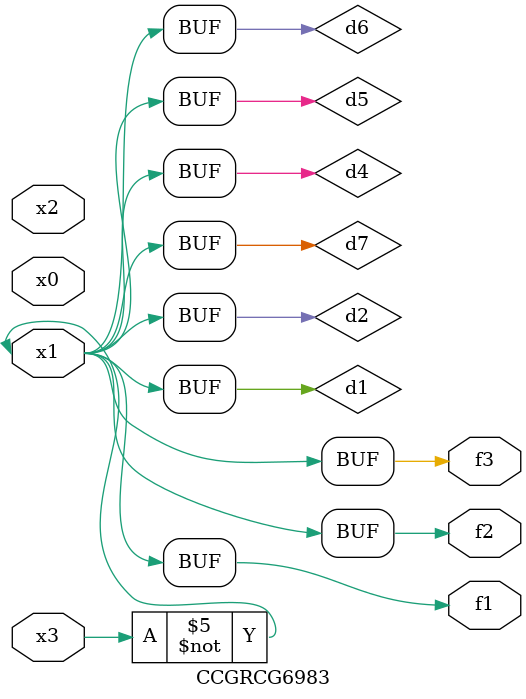
<source format=v>
module CCGRCG6983(
	input x0, x1, x2, x3,
	output f1, f2, f3
);

	wire d1, d2, d3, d4, d5, d6, d7;

	not (d1, x3);
	buf (d2, x1);
	xnor (d3, d1, d2);
	nor (d4, d1);
	buf (d5, d1, d2);
	buf (d6, d4, d5);
	nand (d7, d4);
	assign f1 = d6;
	assign f2 = d7;
	assign f3 = d6;
endmodule

</source>
